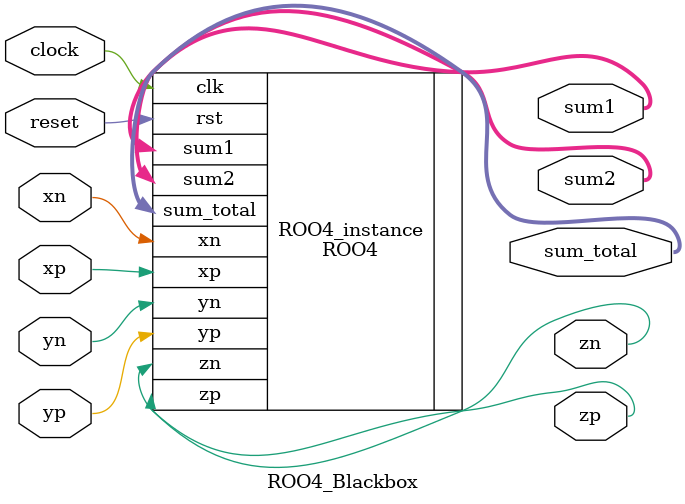
<source format=v>
module ROO4_Blackbox (
    input clock, reset,
    input xp, xn, yp, yn,
    output zp, zn,
    output [3:0] sum1,
    output [3:0] sum2,
    output [3:0] sum_total
);

// Instantiate VHDL module
ROO4 #(
    .width(4)
) 
  ROO4_instance (
    .clk(clock),
    .rst(reset),
    .xp(xp),
    .xn(xn),
    .yp(yp),
    .yn(yn),
    .zp(zp),
    .zn(zn),
    .sum1(sum1),
    .sum2(sum2),
    .sum_total(sum_total)
);

endmodule
    

</source>
